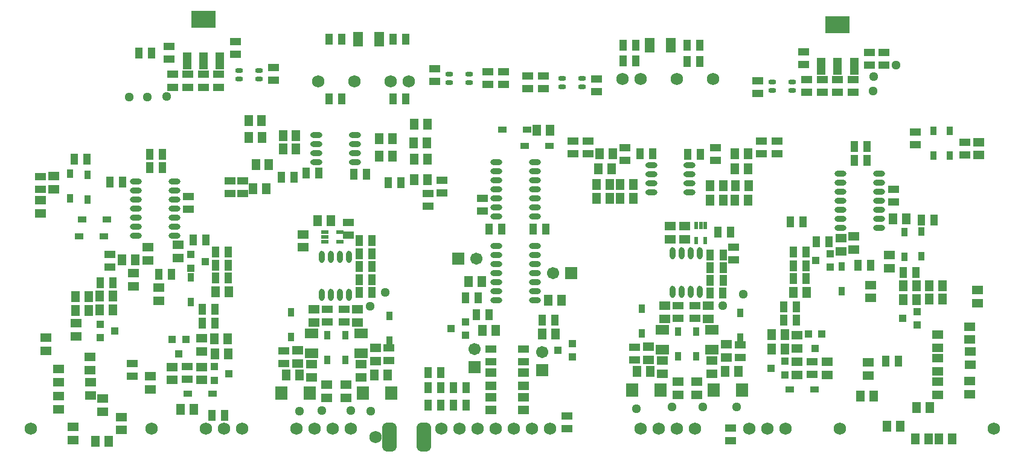
<source format=gts>
G04*
G04 #@! TF.GenerationSoftware,Altium Limited,Altium Designer,18.0.12 (696)*
G04*
G04 Layer_Color=8388736*
%FSLAX23Y23*%
%MOIN*%
G70*
G01*
G75*
%ADD18R,0.063X0.045*%
%ADD19R,0.034X0.046*%
%ADD20R,0.063X0.043*%
%ADD21R,0.043X0.063*%
%ADD22R,0.039X0.024*%
%ADD23R,0.045X0.063*%
%ADD24R,0.024X0.039*%
%ADD25R,0.068X0.074*%
%ADD26R,0.043X0.039*%
%ADD27O,0.067X0.032*%
G04:AMPARAMS|DCode=28|XSize=79mil|YSize=158mil|CornerRadius=22mil|HoleSize=0mil|Usage=FLASHONLY|Rotation=0.000|XOffset=0mil|YOffset=0mil|HoleType=Round|Shape=RoundedRectangle|*
%AMROUNDEDRECTD28*
21,1,0.079,0.114,0,0,0.0*
21,1,0.035,0.158,0,0,0.0*
1,1,0.043,0.018,-0.057*
1,1,0.043,-0.018,-0.057*
1,1,0.043,-0.018,0.057*
1,1,0.043,0.018,0.057*
%
%ADD28ROUNDEDRECTD28*%
%ADD29R,0.046X0.034*%
%ADD30O,0.065X0.032*%
%ADD31R,0.039X0.043*%
G04:AMPARAMS|DCode=32|XSize=43mil|YSize=24mil|CornerRadius=8mil|HoleSize=0mil|Usage=FLASHONLY|Rotation=180.000|XOffset=0mil|YOffset=0mil|HoleType=Round|Shape=RoundedRectangle|*
%AMROUNDEDRECTD32*
21,1,0.043,0.008,0,0,180.0*
21,1,0.028,0.024,0,0,180.0*
1,1,0.016,-0.014,0.004*
1,1,0.016,0.014,0.004*
1,1,0.016,0.014,-0.004*
1,1,0.016,-0.014,-0.004*
%
%ADD32ROUNDEDRECTD32*%
%ADD33R,0.053X0.079*%
%ADD34R,0.077X0.057*%
%ADD35O,0.032X0.067*%
%ADD36R,0.045X0.093*%
%ADD37R,0.136X0.093*%
%ADD38C,0.068*%
%ADD39C,0.067*%
%ADD40R,0.067X0.067*%
%ADD41C,0.051*%
%ADD42R,0.067X0.067*%
D18*
X3898Y526D02*
D03*
Y599D02*
D03*
X4529Y1112D02*
D03*
Y1185D02*
D03*
X4600Y1121D02*
D03*
Y1194D02*
D03*
X869Y1077D02*
D03*
Y1150D02*
D03*
X704Y1062D02*
D03*
Y1135D02*
D03*
X3668Y1252D02*
D03*
Y1179D02*
D03*
X3587Y1251D02*
D03*
Y1178D02*
D03*
X1560Y1207D02*
D03*
Y1134D02*
D03*
X5063Y523D02*
D03*
Y450D02*
D03*
X5243Y485D02*
D03*
Y558D02*
D03*
X5063Y393D02*
D03*
Y320D02*
D03*
X1961Y507D02*
D03*
Y580D02*
D03*
X558Y124D02*
D03*
Y197D02*
D03*
X453Y226D02*
D03*
Y299D02*
D03*
X386Y317D02*
D03*
Y390D02*
D03*
X385Y456D02*
D03*
Y529D02*
D03*
X308Y642D02*
D03*
Y715D02*
D03*
X139Y636D02*
D03*
Y563D02*
D03*
X211Y461D02*
D03*
Y388D02*
D03*
X210Y311D02*
D03*
Y238D02*
D03*
X289Y141D02*
D03*
Y68D02*
D03*
X2777Y307D02*
D03*
Y234D02*
D03*
X2597Y442D02*
D03*
Y369D02*
D03*
X2777Y442D02*
D03*
Y369D02*
D03*
X5285Y825D02*
D03*
Y898D02*
D03*
X5240Y396D02*
D03*
Y323D02*
D03*
X1000Y631D02*
D03*
Y558D02*
D03*
X4798Y1020D02*
D03*
Y1093D02*
D03*
X4679Y426D02*
D03*
Y499D02*
D03*
X5063Y580D02*
D03*
Y653D02*
D03*
X4287Y430D02*
D03*
Y503D02*
D03*
X4453Y430D02*
D03*
Y503D02*
D03*
X4695Y927D02*
D03*
Y854D02*
D03*
X4288Y575D02*
D03*
Y648D02*
D03*
X5290Y1644D02*
D03*
Y1717D02*
D03*
X5241Y624D02*
D03*
Y697D02*
D03*
X624Y918D02*
D03*
Y991D02*
D03*
X716Y349D02*
D03*
Y422D02*
D03*
X1001Y473D02*
D03*
Y401D02*
D03*
X838D02*
D03*
Y473D02*
D03*
X764Y840D02*
D03*
Y912D02*
D03*
X184Y1528D02*
D03*
Y1455D02*
D03*
X110Y1322D02*
D03*
Y1395D02*
D03*
X3734Y320D02*
D03*
Y393D02*
D03*
X3544Y436D02*
D03*
Y509D02*
D03*
X3629Y320D02*
D03*
Y393D02*
D03*
X3557Y812D02*
D03*
Y740D02*
D03*
X3466Y512D02*
D03*
Y585D02*
D03*
X1620Y793D02*
D03*
Y720D02*
D03*
X1797Y301D02*
D03*
Y374D02*
D03*
X1692Y301D02*
D03*
Y374D02*
D03*
X1607Y417D02*
D03*
Y490D02*
D03*
X1529Y493D02*
D03*
Y566D02*
D03*
X3816Y509D02*
D03*
Y436D02*
D03*
X3798Y740D02*
D03*
Y812D02*
D03*
X2597Y234D02*
D03*
Y307D02*
D03*
X1861Y720D02*
D03*
Y793D02*
D03*
X1879Y490D02*
D03*
Y417D02*
D03*
D19*
X3973Y771D02*
D03*
Y634D02*
D03*
X369Y1535D02*
D03*
Y1398D02*
D03*
X274Y1405D02*
D03*
Y1542D02*
D03*
X4535Y892D02*
D03*
Y1029D02*
D03*
X4975Y1223D02*
D03*
Y1086D02*
D03*
X4880Y1220D02*
D03*
Y1083D02*
D03*
X5130Y1643D02*
D03*
Y1780D02*
D03*
X5040D02*
D03*
Y1643D02*
D03*
X941Y968D02*
D03*
Y831D02*
D03*
X3430Y796D02*
D03*
Y659D02*
D03*
X2037Y755D02*
D03*
Y618D02*
D03*
X1493Y777D02*
D03*
Y640D02*
D03*
X3731Y532D02*
D03*
Y669D02*
D03*
X3631Y532D02*
D03*
Y669D02*
D03*
X1694Y513D02*
D03*
Y650D02*
D03*
X1794Y513D02*
D03*
Y650D02*
D03*
D20*
X1810Y1272D02*
D03*
Y1202D02*
D03*
X2552Y1336D02*
D03*
Y1406D02*
D03*
X2597Y571D02*
D03*
Y501D02*
D03*
X2777Y571D02*
D03*
Y501D02*
D03*
X2666Y2034D02*
D03*
Y2104D02*
D03*
X2581Y2034D02*
D03*
Y2104D02*
D03*
X4939Y1771D02*
D03*
Y1701D02*
D03*
X4820Y1457D02*
D03*
Y1387D02*
D03*
X4372Y431D02*
D03*
Y501D02*
D03*
X5215Y1715D02*
D03*
Y1645D02*
D03*
X494Y1025D02*
D03*
Y1095D02*
D03*
X928Y1414D02*
D03*
Y1344D02*
D03*
X616Y423D02*
D03*
Y493D02*
D03*
X920Y404D02*
D03*
Y474D02*
D03*
X109Y1456D02*
D03*
Y1526D02*
D03*
X3338Y1616D02*
D03*
Y1686D02*
D03*
X821Y2175D02*
D03*
Y2246D02*
D03*
X839Y2091D02*
D03*
Y2020D02*
D03*
X925Y2091D02*
D03*
Y2020D02*
D03*
X1010Y2091D02*
D03*
Y2020D02*
D03*
X1095Y2091D02*
D03*
Y2020D02*
D03*
X4767Y2142D02*
D03*
Y2212D02*
D03*
X3973Y597D02*
D03*
Y527D02*
D03*
X3919Y65D02*
D03*
Y135D02*
D03*
X3938Y1065D02*
D03*
Y1135D02*
D03*
X3632Y811D02*
D03*
Y741D02*
D03*
X3392Y512D02*
D03*
Y582D02*
D03*
X1694Y792D02*
D03*
Y722D02*
D03*
X1455Y493D02*
D03*
Y563D02*
D03*
X2035Y508D02*
D03*
Y578D02*
D03*
X4341Y2062D02*
D03*
Y1992D02*
D03*
X4426Y2062D02*
D03*
Y1992D02*
D03*
X4511Y2062D02*
D03*
Y1992D02*
D03*
X4597Y2062D02*
D03*
Y1992D02*
D03*
X3018Y202D02*
D03*
Y132D02*
D03*
X2286Y2121D02*
D03*
Y2051D02*
D03*
X1186Y2271D02*
D03*
Y2201D02*
D03*
X1396Y2129D02*
D03*
Y2059D02*
D03*
X4323Y2217D02*
D03*
Y2147D02*
D03*
X4688Y2212D02*
D03*
Y2142D02*
D03*
X3182Y2065D02*
D03*
Y1995D02*
D03*
X4072Y1987D02*
D03*
Y2057D02*
D03*
X2802Y2012D02*
D03*
Y2082D02*
D03*
X2887Y2012D02*
D03*
Y2082D02*
D03*
X2251Y1362D02*
D03*
Y1432D02*
D03*
X2326Y1505D02*
D03*
Y1434D02*
D03*
X1156Y1431D02*
D03*
Y1502D02*
D03*
X1228Y1431D02*
D03*
Y1502D02*
D03*
X3134Y1723D02*
D03*
Y1653D02*
D03*
X3049Y1723D02*
D03*
Y1653D02*
D03*
X4176Y1722D02*
D03*
Y1652D02*
D03*
X4091Y1722D02*
D03*
Y1652D02*
D03*
X3837Y1616D02*
D03*
Y1686D02*
D03*
X3724Y741D02*
D03*
Y811D02*
D03*
X1787Y722D02*
D03*
Y792D02*
D03*
D21*
X3920Y1218D02*
D03*
X3850D02*
D03*
X2657Y1236D02*
D03*
X2587D02*
D03*
X439Y939D02*
D03*
X509D02*
D03*
X2322Y441D02*
D03*
X2252D02*
D03*
X2322Y358D02*
D03*
X2252D02*
D03*
X2322Y262D02*
D03*
X2252D02*
D03*
X2517Y761D02*
D03*
X2587D02*
D03*
X2457Y856D02*
D03*
X2527D02*
D03*
X2882Y731D02*
D03*
X2952D02*
D03*
X1439Y1522D02*
D03*
X1509D02*
D03*
X1577Y1544D02*
D03*
X1647D02*
D03*
X1912Y1539D02*
D03*
X1842D02*
D03*
X2029Y1491D02*
D03*
X2099D02*
D03*
X1127Y204D02*
D03*
X1056D02*
D03*
X1073Y717D02*
D03*
X1003D02*
D03*
X1073Y792D02*
D03*
X1003D02*
D03*
X1076Y1035D02*
D03*
X1146D02*
D03*
X1076Y1110D02*
D03*
X1146D02*
D03*
X1076Y964D02*
D03*
X1146D02*
D03*
X1024Y1174D02*
D03*
X954D02*
D03*
X4283Y731D02*
D03*
X4213D02*
D03*
X4975Y1285D02*
D03*
X5045D02*
D03*
X4285Y807D02*
D03*
X4215D02*
D03*
X4778Y505D02*
D03*
X4848D02*
D03*
X4465Y1167D02*
D03*
X4395D02*
D03*
X4337Y962D02*
D03*
X4267D02*
D03*
X4337Y1108D02*
D03*
X4267D02*
D03*
X4337Y1033D02*
D03*
X4267D02*
D03*
X4875Y997D02*
D03*
X4945D02*
D03*
X4623Y1037D02*
D03*
X4694D02*
D03*
X4675Y1617D02*
D03*
X4605D02*
D03*
Y1692D02*
D03*
X4675D02*
D03*
X4320Y1277D02*
D03*
X4250D02*
D03*
X297Y1622D02*
D03*
X367D02*
D03*
X763Y987D02*
D03*
X833D02*
D03*
X713Y1574D02*
D03*
X783D02*
D03*
X713Y1649D02*
D03*
X783D02*
D03*
X564Y1495D02*
D03*
X494D02*
D03*
X724Y2209D02*
D03*
X653D02*
D03*
X3327Y2167D02*
D03*
X3397D02*
D03*
X3327Y2252D02*
D03*
X3397D02*
D03*
X3878Y883D02*
D03*
X3808D02*
D03*
X3879Y1023D02*
D03*
X3808D02*
D03*
X3879Y953D02*
D03*
X3808D02*
D03*
X3879Y1091D02*
D03*
X3808D02*
D03*
X1939Y1171D02*
D03*
X1869D02*
D03*
X1939Y886D02*
D03*
X1869D02*
D03*
X1939Y1099D02*
D03*
X1869D02*
D03*
X1939Y957D02*
D03*
X1869D02*
D03*
X1939Y1029D02*
D03*
X1869D02*
D03*
X2058Y2286D02*
D03*
X2128D02*
D03*
X2056Y1957D02*
D03*
X2126D02*
D03*
X1773Y1954D02*
D03*
X1703D02*
D03*
X1773Y2286D02*
D03*
X1703D02*
D03*
X3682Y2161D02*
D03*
X3752D02*
D03*
X3682Y2252D02*
D03*
X3752D02*
D03*
X3489Y1653D02*
D03*
X3419D02*
D03*
X3684Y1648D02*
D03*
X3754D02*
D03*
X2462Y358D02*
D03*
X2392D02*
D03*
X2462Y262D02*
D03*
X2392D02*
D03*
X2902Y1236D02*
D03*
X2832D02*
D03*
D22*
X1764Y1219D02*
D03*
Y1167D02*
D03*
X1679D02*
D03*
Y1193D02*
D03*
Y1219D02*
D03*
D23*
X1640Y1282D02*
D03*
X1713D02*
D03*
X4942Y74D02*
D03*
X5015D02*
D03*
X5071D02*
D03*
X5144D02*
D03*
X5019Y250D02*
D03*
X4946D02*
D03*
X4856Y144D02*
D03*
X4783D02*
D03*
X304Y787D02*
D03*
X377D02*
D03*
X415Y61D02*
D03*
X488D02*
D03*
X304Y861D02*
D03*
X377D02*
D03*
X2623Y676D02*
D03*
X2550D02*
D03*
X2988Y841D02*
D03*
X2915D02*
D03*
X2880Y656D02*
D03*
X2953D02*
D03*
X1449Y1752D02*
D03*
X1522D02*
D03*
X2053Y1734D02*
D03*
X1980D02*
D03*
X2248Y1817D02*
D03*
X2175D02*
D03*
X1072Y629D02*
D03*
X1145D02*
D03*
X1073Y545D02*
D03*
X1146D02*
D03*
X510Y790D02*
D03*
X437D02*
D03*
X510Y865D02*
D03*
X437D02*
D03*
X1150Y889D02*
D03*
X1077D02*
D03*
X4818Y1292D02*
D03*
X4891D02*
D03*
X4268Y887D02*
D03*
X4341D02*
D03*
X5091Y922D02*
D03*
X5018D02*
D03*
X4873D02*
D03*
X4946D02*
D03*
X5091Y848D02*
D03*
X5018D02*
D03*
X4873Y847D02*
D03*
X4946D02*
D03*
X4638Y312D02*
D03*
X4711D02*
D03*
X4146Y571D02*
D03*
X4219D02*
D03*
X4146Y651D02*
D03*
X4219D02*
D03*
X635Y1064D02*
D03*
X562D02*
D03*
X885Y239D02*
D03*
X958D02*
D03*
X3890Y449D02*
D03*
X3963D02*
D03*
X3477D02*
D03*
X3405D02*
D03*
X1540Y430D02*
D03*
X1468D02*
D03*
X1953Y430D02*
D03*
X2026D02*
D03*
X2175Y1509D02*
D03*
X2248D02*
D03*
X1284Y1459D02*
D03*
X1357D02*
D03*
X2174Y1621D02*
D03*
X2247D02*
D03*
X1299Y1591D02*
D03*
X1372D02*
D03*
X2172Y1712D02*
D03*
X2245D02*
D03*
X1334Y1741D02*
D03*
X1261D02*
D03*
X1332Y1836D02*
D03*
X1259D02*
D03*
X1980Y1639D02*
D03*
X2053D02*
D03*
X1522Y1678D02*
D03*
X1449D02*
D03*
X3270Y1653D02*
D03*
X3198D02*
D03*
X4018Y1652D02*
D03*
X3945D02*
D03*
X3946Y1475D02*
D03*
X4019D02*
D03*
X3944Y1397D02*
D03*
X4017D02*
D03*
X4018Y1570D02*
D03*
X3945D02*
D03*
X3383Y1482D02*
D03*
X3310D02*
D03*
X3806Y1477D02*
D03*
X3879D02*
D03*
X3806Y1396D02*
D03*
X3879D02*
D03*
X3253Y1407D02*
D03*
X3180D02*
D03*
X3263Y1568D02*
D03*
X3191D02*
D03*
X3253Y1482D02*
D03*
X3180D02*
D03*
X3383Y1407D02*
D03*
X3310D02*
D03*
X2852Y1781D02*
D03*
X2925D02*
D03*
X2548Y946D02*
D03*
X2475D02*
D03*
D24*
X3782Y1172D02*
D03*
X3731D02*
D03*
Y1257D02*
D03*
X3757D02*
D03*
X3782D02*
D03*
D25*
X1596Y328D02*
D03*
X1441D02*
D03*
X1891Y328D02*
D03*
X2046D02*
D03*
X3828Y347D02*
D03*
X3983D02*
D03*
X3378D02*
D03*
X3533D02*
D03*
D26*
X2377Y686D02*
D03*
X2456Y723D02*
D03*
Y649D02*
D03*
X2967Y566D02*
D03*
X3046Y603D02*
D03*
Y529D02*
D03*
X1150Y437D02*
D03*
X1071Y400D02*
D03*
Y474D02*
D03*
X519Y672D02*
D03*
X440Y635D02*
D03*
Y710D02*
D03*
X1021Y1057D02*
D03*
X942Y1020D02*
D03*
Y1094D02*
D03*
X4390Y1062D02*
D03*
X4469Y1099D02*
D03*
Y1024D02*
D03*
X4949Y704D02*
D03*
Y779D02*
D03*
X4870Y742D02*
D03*
X4143Y466D02*
D03*
X4222Y504D02*
D03*
Y429D02*
D03*
D27*
X1848Y1604D02*
D03*
Y1654D02*
D03*
Y1704D02*
D03*
Y1754D02*
D03*
X1635Y1604D02*
D03*
Y1654D02*
D03*
Y1704D02*
D03*
Y1754D02*
D03*
X3695Y1438D02*
D03*
Y1488D02*
D03*
Y1538D02*
D03*
Y1588D02*
D03*
X3483Y1438D02*
D03*
Y1488D02*
D03*
Y1538D02*
D03*
Y1588D02*
D03*
D28*
X2037Y84D02*
D03*
X2226D02*
D03*
D29*
X340Y1288D02*
D03*
X477D02*
D03*
X460Y1197D02*
D03*
X323D02*
D03*
X4246Y349D02*
D03*
X4383D02*
D03*
X923Y326D02*
D03*
X1060D02*
D03*
X2783Y1696D02*
D03*
X2920D02*
D03*
X2796Y1785D02*
D03*
X2659D02*
D03*
D30*
X4527Y1542D02*
D03*
Y1492D02*
D03*
Y1442D02*
D03*
Y1392D02*
D03*
Y1342D02*
D03*
Y1292D02*
D03*
Y1242D02*
D03*
X4742Y1542D02*
D03*
Y1492D02*
D03*
Y1442D02*
D03*
Y1392D02*
D03*
Y1342D02*
D03*
Y1292D02*
D03*
Y1242D02*
D03*
X851Y1199D02*
D03*
Y1249D02*
D03*
Y1299D02*
D03*
Y1349D02*
D03*
Y1399D02*
D03*
Y1449D02*
D03*
Y1499D02*
D03*
X636Y1199D02*
D03*
Y1249D02*
D03*
Y1299D02*
D03*
Y1349D02*
D03*
Y1399D02*
D03*
Y1449D02*
D03*
Y1499D02*
D03*
X2627Y1606D02*
D03*
Y1556D02*
D03*
Y1506D02*
D03*
Y1456D02*
D03*
Y1406D02*
D03*
Y1356D02*
D03*
Y1306D02*
D03*
X2842Y1606D02*
D03*
Y1556D02*
D03*
Y1506D02*
D03*
Y1456D02*
D03*
Y1406D02*
D03*
Y1356D02*
D03*
Y1306D02*
D03*
X2627Y1141D02*
D03*
Y1091D02*
D03*
Y1041D02*
D03*
Y991D02*
D03*
Y941D02*
D03*
Y891D02*
D03*
Y841D02*
D03*
X2841Y1141D02*
D03*
Y1091D02*
D03*
Y1041D02*
D03*
Y991D02*
D03*
Y941D02*
D03*
Y891D02*
D03*
Y841D02*
D03*
D31*
X4388Y577D02*
D03*
X4350Y656D02*
D03*
X4425D02*
D03*
X913Y624D02*
D03*
X838D02*
D03*
X875Y545D02*
D03*
D32*
X1316Y2113D02*
D03*
X1206D02*
D03*
Y2066D02*
D03*
X1316D02*
D03*
X2476Y2046D02*
D03*
X2366D02*
D03*
Y2093D02*
D03*
X2476D02*
D03*
X4152Y2050D02*
D03*
X4262D02*
D03*
Y2003D02*
D03*
X4152D02*
D03*
X2992Y2070D02*
D03*
X3102D02*
D03*
Y2023D02*
D03*
X2992D02*
D03*
D33*
X1982Y2286D02*
D03*
X1864D02*
D03*
X3473Y2252D02*
D03*
X3591D02*
D03*
D34*
X3817Y569D02*
D03*
Y678D02*
D03*
X3543Y569D02*
D03*
Y678D02*
D03*
X1606Y550D02*
D03*
Y658D02*
D03*
X1880Y550D02*
D03*
Y658D02*
D03*
D35*
X3601Y890D02*
D03*
X3651D02*
D03*
X3701D02*
D03*
X3751D02*
D03*
X3601Y1102D02*
D03*
X3651D02*
D03*
X3701D02*
D03*
X3751D02*
D03*
X1664Y871D02*
D03*
X1714D02*
D03*
X1764D02*
D03*
X1814D02*
D03*
X1664Y1083D02*
D03*
X1714D02*
D03*
X1764D02*
D03*
X1814D02*
D03*
D36*
X920Y2166D02*
D03*
X1011D02*
D03*
X1101D02*
D03*
X4422Y2137D02*
D03*
X4512D02*
D03*
X4603D02*
D03*
D37*
X1011Y2395D02*
D03*
X4512Y2366D02*
D03*
D38*
X5374Y131D02*
D03*
X4225D02*
D03*
X1025D02*
D03*
X3425D02*
D03*
X3625D02*
D03*
X3725D02*
D03*
X4025D02*
D03*
X1525D02*
D03*
X1625D02*
D03*
X1725D02*
D03*
X1825D02*
D03*
X4525D02*
D03*
X4125D02*
D03*
X3525D02*
D03*
X2925D02*
D03*
X2825D02*
D03*
X2725D02*
D03*
X2625D02*
D03*
X2525D02*
D03*
X2425D02*
D03*
X2325D02*
D03*
X1225D02*
D03*
X1125D02*
D03*
X725D02*
D03*
X56D02*
D03*
X1960Y84D02*
D03*
X3325Y2065D02*
D03*
X3425D02*
D03*
X3625D02*
D03*
X3825D02*
D03*
X2143Y2051D02*
D03*
X2043D02*
D03*
X1843D02*
D03*
X1643D02*
D03*
D39*
X2882Y556D02*
D03*
X2942Y991D02*
D03*
X2507Y571D02*
D03*
X2517Y1071D02*
D03*
D40*
X2882Y456D02*
D03*
X2507Y471D02*
D03*
D41*
X807Y1969D02*
D03*
X601Y1966D02*
D03*
X4708Y1998D02*
D03*
X4711Y2078D02*
D03*
X701Y1965D02*
D03*
X4835Y2141D02*
D03*
X1932Y809D02*
D03*
X2015Y884D02*
D03*
X1823Y231D02*
D03*
X1935Y230D02*
D03*
X1663Y231D02*
D03*
X1541Y229D02*
D03*
X3401Y243D02*
D03*
X3596Y251D02*
D03*
X3953Y252D02*
D03*
X3767Y253D02*
D03*
X3989Y875D02*
D03*
X3876Y812D02*
D03*
D42*
X3042Y991D02*
D03*
X2417Y1071D02*
D03*
M02*

</source>
